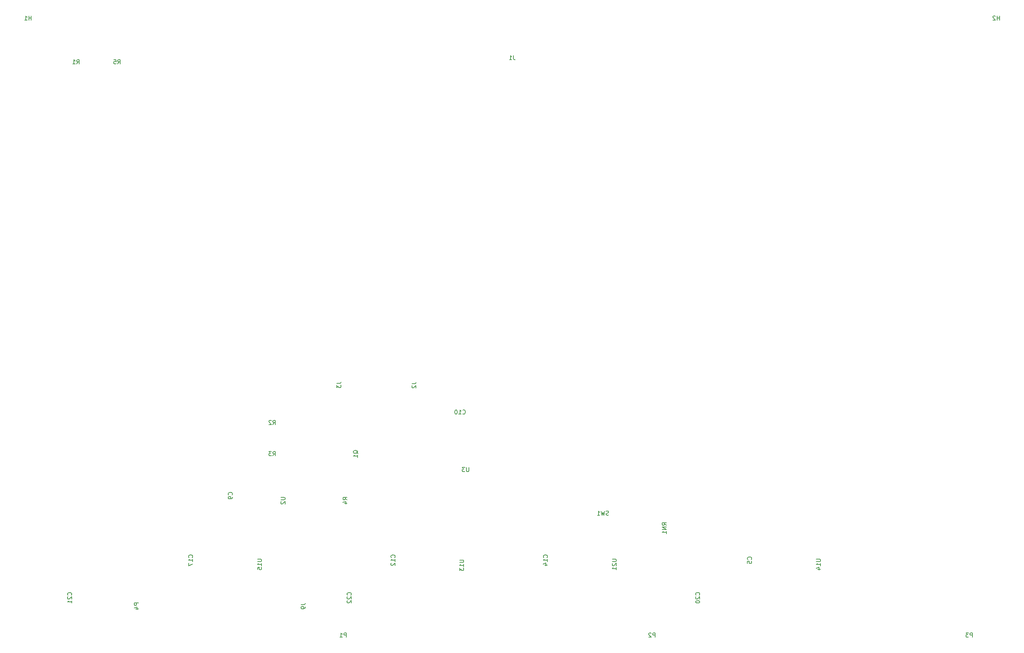
<source format=gbr>
%TF.GenerationSoftware,KiCad,Pcbnew,(6.0.11)*%
%TF.CreationDate,2023-10-14T11:52:56-04:00*%
%TF.ProjectId,input-output.SelfHost,696e7075-742d-46f7-9574-7075742e5365,rev?*%
%TF.SameCoordinates,Original*%
%TF.FileFunction,Legend,Bot*%
%TF.FilePolarity,Positive*%
%FSLAX46Y46*%
G04 Gerber Fmt 4.6, Leading zero omitted, Abs format (unit mm)*
G04 Created by KiCad (PCBNEW (6.0.11)) date 2023-10-14 11:52:56*
%MOMM*%
%LPD*%
G01*
G04 APERTURE LIST*
%ADD10C,0.150000*%
G04 APERTURE END LIST*
D10*
%TO.C,H2*%
X269261904Y-78452380D02*
X269261904Y-77452380D01*
X269261904Y-77928571D02*
X268690476Y-77928571D01*
X268690476Y-78452380D02*
X268690476Y-77452380D01*
X268261904Y-77547619D02*
X268214285Y-77500000D01*
X268119047Y-77452380D01*
X267880952Y-77452380D01*
X267785714Y-77500000D01*
X267738095Y-77547619D01*
X267690476Y-77642857D01*
X267690476Y-77738095D01*
X267738095Y-77880952D01*
X268309523Y-78452380D01*
X267690476Y-78452380D01*
%TO.C,H1*%
X37261904Y-78452380D02*
X37261904Y-77452380D01*
X37261904Y-77928571D02*
X36690476Y-77928571D01*
X36690476Y-78452380D02*
X36690476Y-77452380D01*
X35690476Y-78452380D02*
X36261904Y-78452380D01*
X35976190Y-78452380D02*
X35976190Y-77452380D01*
X36071428Y-77595238D01*
X36166666Y-77690476D01*
X36261904Y-77738095D01*
%TO.C,P2*%
X186738095Y-226452380D02*
X186738095Y-225452380D01*
X186357142Y-225452380D01*
X186261904Y-225500000D01*
X186214285Y-225547619D01*
X186166666Y-225642857D01*
X186166666Y-225785714D01*
X186214285Y-225880952D01*
X186261904Y-225928571D01*
X186357142Y-225976190D01*
X186738095Y-225976190D01*
X185785714Y-225547619D02*
X185738095Y-225500000D01*
X185642857Y-225452380D01*
X185404761Y-225452380D01*
X185309523Y-225500000D01*
X185261904Y-225547619D01*
X185214285Y-225642857D01*
X185214285Y-225738095D01*
X185261904Y-225880952D01*
X185833333Y-226452380D01*
X185214285Y-226452380D01*
%TO.C,P3*%
X262738095Y-226452380D02*
X262738095Y-225452380D01*
X262357142Y-225452380D01*
X262261904Y-225500000D01*
X262214285Y-225547619D01*
X262166666Y-225642857D01*
X262166666Y-225785714D01*
X262214285Y-225880952D01*
X262261904Y-225928571D01*
X262357142Y-225976190D01*
X262738095Y-225976190D01*
X261833333Y-225452380D02*
X261214285Y-225452380D01*
X261547619Y-225833333D01*
X261404761Y-225833333D01*
X261309523Y-225880952D01*
X261261904Y-225928571D01*
X261214285Y-226023809D01*
X261214285Y-226261904D01*
X261261904Y-226357142D01*
X261309523Y-226404761D01*
X261404761Y-226452380D01*
X261690476Y-226452380D01*
X261785714Y-226404761D01*
X261833333Y-226357142D01*
%TO.C,P1*%
X112738095Y-226452380D02*
X112738095Y-225452380D01*
X112357142Y-225452380D01*
X112261904Y-225500000D01*
X112214285Y-225547619D01*
X112166666Y-225642857D01*
X112166666Y-225785714D01*
X112214285Y-225880952D01*
X112261904Y-225928571D01*
X112357142Y-225976190D01*
X112738095Y-225976190D01*
X111214285Y-226452380D02*
X111785714Y-226452380D01*
X111500000Y-226452380D02*
X111500000Y-225452380D01*
X111595238Y-225595238D01*
X111690476Y-225690476D01*
X111785714Y-225738095D01*
%TO.C,J1*%
X152833333Y-86952380D02*
X152833333Y-87666666D01*
X152880952Y-87809523D01*
X152976190Y-87904761D01*
X153119047Y-87952380D01*
X153214285Y-87952380D01*
X151833333Y-87952380D02*
X152404761Y-87952380D01*
X152119047Y-87952380D02*
X152119047Y-86952380D01*
X152214285Y-87095238D01*
X152309523Y-87190476D01*
X152404761Y-87238095D01*
%TO.C,R2*%
X95166666Y-175452380D02*
X95500000Y-174976190D01*
X95738095Y-175452380D02*
X95738095Y-174452380D01*
X95357142Y-174452380D01*
X95261904Y-174500000D01*
X95214285Y-174547619D01*
X95166666Y-174642857D01*
X95166666Y-174785714D01*
X95214285Y-174880952D01*
X95261904Y-174928571D01*
X95357142Y-174976190D01*
X95738095Y-174976190D01*
X94785714Y-174547619D02*
X94738095Y-174500000D01*
X94642857Y-174452380D01*
X94404761Y-174452380D01*
X94309523Y-174500000D01*
X94261904Y-174547619D01*
X94214285Y-174642857D01*
X94214285Y-174738095D01*
X94261904Y-174880952D01*
X94833333Y-175452380D01*
X94214285Y-175452380D01*
%TO.C,C22*%
X113857154Y-216357142D02*
X113904773Y-216309523D01*
X113952392Y-216166666D01*
X113952392Y-216071428D01*
X113904773Y-215928571D01*
X113809535Y-215833333D01*
X113714297Y-215785714D01*
X113523821Y-215738095D01*
X113380964Y-215738095D01*
X113190488Y-215785714D01*
X113095250Y-215833333D01*
X113000012Y-215928571D01*
X112952392Y-216071428D01*
X112952392Y-216166666D01*
X113000012Y-216309523D01*
X113047631Y-216357142D01*
X113047631Y-216738095D02*
X113000012Y-216785714D01*
X112952392Y-216880952D01*
X112952392Y-217119047D01*
X113000012Y-217214285D01*
X113047631Y-217261904D01*
X113142869Y-217309523D01*
X113238107Y-217309523D01*
X113380964Y-217261904D01*
X113952392Y-216690476D01*
X113952392Y-217309523D01*
X113047631Y-217690476D02*
X113000012Y-217738095D01*
X112952392Y-217833333D01*
X112952392Y-218071428D01*
X113000012Y-218166666D01*
X113047631Y-218214285D01*
X113142869Y-218261904D01*
X113238107Y-218261904D01*
X113380964Y-218214285D01*
X113952392Y-217642857D01*
X113952392Y-218261904D01*
%TO.C,C10*%
X140642857Y-172857142D02*
X140690476Y-172904761D01*
X140833333Y-172952380D01*
X140928571Y-172952380D01*
X141071428Y-172904761D01*
X141166666Y-172809523D01*
X141214285Y-172714285D01*
X141261904Y-172523809D01*
X141261904Y-172380952D01*
X141214285Y-172190476D01*
X141166666Y-172095238D01*
X141071428Y-172000000D01*
X140928571Y-171952380D01*
X140833333Y-171952380D01*
X140690476Y-172000000D01*
X140642857Y-172047619D01*
X139690476Y-172952380D02*
X140261904Y-172952380D01*
X139976190Y-172952380D02*
X139976190Y-171952380D01*
X140071428Y-172095238D01*
X140166666Y-172190476D01*
X140261904Y-172238095D01*
X139071428Y-171952380D02*
X138976190Y-171952380D01*
X138880952Y-172000000D01*
X138833333Y-172047619D01*
X138785714Y-172142857D01*
X138738095Y-172333333D01*
X138738095Y-172571428D01*
X138785714Y-172761904D01*
X138833333Y-172857142D01*
X138880952Y-172904761D01*
X138976190Y-172952380D01*
X139071428Y-172952380D01*
X139166666Y-172904761D01*
X139214285Y-172857142D01*
X139261904Y-172761904D01*
X139309523Y-172571428D01*
X139309523Y-172333333D01*
X139261904Y-172142857D01*
X139214285Y-172047619D01*
X139166666Y-172000000D01*
X139071428Y-171952380D01*
%TO.C,J2*%
X128452380Y-165666666D02*
X129166666Y-165666666D01*
X129309523Y-165619047D01*
X129404761Y-165523809D01*
X129452380Y-165380952D01*
X129452380Y-165285714D01*
X128547619Y-166095238D02*
X128500000Y-166142857D01*
X128452380Y-166238095D01*
X128452380Y-166476190D01*
X128500000Y-166571428D01*
X128547619Y-166619047D01*
X128642857Y-166666666D01*
X128738095Y-166666666D01*
X128880952Y-166619047D01*
X129452380Y-166047619D01*
X129452380Y-166666666D01*
%TO.C,C14*%
X160857142Y-207357142D02*
X160904761Y-207309523D01*
X160952380Y-207166666D01*
X160952380Y-207071428D01*
X160904761Y-206928571D01*
X160809523Y-206833333D01*
X160714285Y-206785714D01*
X160523809Y-206738095D01*
X160380952Y-206738095D01*
X160190476Y-206785714D01*
X160095238Y-206833333D01*
X160000000Y-206928571D01*
X159952380Y-207071428D01*
X159952380Y-207166666D01*
X160000000Y-207309523D01*
X160047619Y-207357142D01*
X160952380Y-208309523D02*
X160952380Y-207738095D01*
X160952380Y-208023809D02*
X159952380Y-208023809D01*
X160095238Y-207928571D01*
X160190476Y-207833333D01*
X160238095Y-207738095D01*
X160285714Y-209166666D02*
X160952380Y-209166666D01*
X159904761Y-208928571D02*
X160619047Y-208690476D01*
X160619047Y-209309523D01*
%TO.C,C20*%
X197357142Y-216357142D02*
X197404761Y-216309523D01*
X197452380Y-216166666D01*
X197452380Y-216071428D01*
X197404761Y-215928571D01*
X197309523Y-215833333D01*
X197214285Y-215785714D01*
X197023809Y-215738095D01*
X196880952Y-215738095D01*
X196690476Y-215785714D01*
X196595238Y-215833333D01*
X196500000Y-215928571D01*
X196452380Y-216071428D01*
X196452380Y-216166666D01*
X196500000Y-216309523D01*
X196547619Y-216357142D01*
X196547619Y-216738095D02*
X196500000Y-216785714D01*
X196452380Y-216880952D01*
X196452380Y-217119047D01*
X196500000Y-217214285D01*
X196547619Y-217261904D01*
X196642857Y-217309523D01*
X196738095Y-217309523D01*
X196880952Y-217261904D01*
X197452380Y-216690476D01*
X197452380Y-217309523D01*
X196452380Y-217928571D02*
X196452380Y-218023809D01*
X196500000Y-218119047D01*
X196547619Y-218166666D01*
X196642857Y-218214285D01*
X196833333Y-218261904D01*
X197071428Y-218261904D01*
X197261904Y-218214285D01*
X197357142Y-218166666D01*
X197404761Y-218119047D01*
X197452380Y-218023809D01*
X197452380Y-217928571D01*
X197404761Y-217833333D01*
X197357142Y-217785714D01*
X197261904Y-217738095D01*
X197071428Y-217690476D01*
X196833333Y-217690476D01*
X196642857Y-217738095D01*
X196547619Y-217785714D01*
X196500000Y-217833333D01*
X196452380Y-217928571D01*
%TO.C,U21*%
X176457380Y-207751904D02*
X177266904Y-207751904D01*
X177362142Y-207799523D01*
X177409761Y-207847142D01*
X177457380Y-207942380D01*
X177457380Y-208132857D01*
X177409761Y-208228095D01*
X177362142Y-208275714D01*
X177266904Y-208323333D01*
X176457380Y-208323333D01*
X176552619Y-208751904D02*
X176505000Y-208799523D01*
X176457380Y-208894761D01*
X176457380Y-209132857D01*
X176505000Y-209228095D01*
X176552619Y-209275714D01*
X176647857Y-209323333D01*
X176743095Y-209323333D01*
X176885952Y-209275714D01*
X177457380Y-208704285D01*
X177457380Y-209323333D01*
X177457380Y-210275714D02*
X177457380Y-209704285D01*
X177457380Y-209990000D02*
X176457380Y-209990000D01*
X176600238Y-209894761D01*
X176695476Y-209799523D01*
X176743095Y-209704285D01*
%TO.C,C9*%
X85357142Y-192333333D02*
X85404761Y-192285714D01*
X85452380Y-192142857D01*
X85452380Y-192047619D01*
X85404761Y-191904761D01*
X85309523Y-191809523D01*
X85214285Y-191761904D01*
X85023809Y-191714285D01*
X84880952Y-191714285D01*
X84690476Y-191761904D01*
X84595238Y-191809523D01*
X84500000Y-191904761D01*
X84452380Y-192047619D01*
X84452380Y-192142857D01*
X84500000Y-192285714D01*
X84547619Y-192333333D01*
X85452380Y-192809523D02*
X85452380Y-193000000D01*
X85404761Y-193095238D01*
X85357142Y-193142857D01*
X85214285Y-193238095D01*
X85023809Y-193285714D01*
X84642857Y-193285714D01*
X84547619Y-193238095D01*
X84500000Y-193190476D01*
X84452380Y-193095238D01*
X84452380Y-192904761D01*
X84500000Y-192809523D01*
X84547619Y-192761904D01*
X84642857Y-192714285D01*
X84880952Y-192714285D01*
X84976190Y-192761904D01*
X85023809Y-192809523D01*
X85071428Y-192904761D01*
X85071428Y-193095238D01*
X85023809Y-193190476D01*
X84976190Y-193238095D01*
X84880952Y-193285714D01*
%TO.C,J9*%
X101927380Y-218666666D02*
X102641666Y-218666666D01*
X102784523Y-218619047D01*
X102879761Y-218523809D01*
X102927380Y-218380952D01*
X102927380Y-218285714D01*
X102927380Y-219190476D02*
X102927380Y-219380952D01*
X102879761Y-219476190D01*
X102832142Y-219523809D01*
X102689285Y-219619047D01*
X102498809Y-219666666D01*
X102117857Y-219666666D01*
X102022619Y-219619047D01*
X101975000Y-219571428D01*
X101927380Y-219476190D01*
X101927380Y-219285714D01*
X101975000Y-219190476D01*
X102022619Y-219142857D01*
X102117857Y-219095238D01*
X102355952Y-219095238D01*
X102451190Y-219142857D01*
X102498809Y-219190476D01*
X102546428Y-219285714D01*
X102546428Y-219476190D01*
X102498809Y-219571428D01*
X102451190Y-219619047D01*
X102355952Y-219666666D01*
%TO.C,R1*%
X48166666Y-88952380D02*
X48500000Y-88476190D01*
X48738095Y-88952380D02*
X48738095Y-87952380D01*
X48357142Y-87952380D01*
X48261904Y-88000000D01*
X48214285Y-88047619D01*
X48166666Y-88142857D01*
X48166666Y-88285714D01*
X48214285Y-88380952D01*
X48261904Y-88428571D01*
X48357142Y-88476190D01*
X48738095Y-88476190D01*
X47214285Y-88952380D02*
X47785714Y-88952380D01*
X47500000Y-88952380D02*
X47500000Y-87952380D01*
X47595238Y-88095238D01*
X47690476Y-88190476D01*
X47785714Y-88238095D01*
%TO.C,U14*%
X225382380Y-207751904D02*
X226191904Y-207751904D01*
X226287142Y-207799523D01*
X226334761Y-207847142D01*
X226382380Y-207942380D01*
X226382380Y-208132857D01*
X226334761Y-208228095D01*
X226287142Y-208275714D01*
X226191904Y-208323333D01*
X225382380Y-208323333D01*
X226382380Y-209323333D02*
X226382380Y-208751904D01*
X226382380Y-209037619D02*
X225382380Y-209037619D01*
X225525238Y-208942380D01*
X225620476Y-208847142D01*
X225668095Y-208751904D01*
X225715714Y-210180476D02*
X226382380Y-210180476D01*
X225334761Y-209942380D02*
X226049047Y-209704285D01*
X226049047Y-210323333D01*
%TO.C,R4*%
X112952380Y-193523333D02*
X112476190Y-193190000D01*
X112952380Y-192951904D02*
X111952380Y-192951904D01*
X111952380Y-193332857D01*
X112000000Y-193428095D01*
X112047619Y-193475714D01*
X112142857Y-193523333D01*
X112285714Y-193523333D01*
X112380952Y-193475714D01*
X112428571Y-193428095D01*
X112476190Y-193332857D01*
X112476190Y-192951904D01*
X112285714Y-194380476D02*
X112952380Y-194380476D01*
X111904761Y-194142380D02*
X112619047Y-193904285D01*
X112619047Y-194523333D01*
%TO.C,C21*%
X46857154Y-216357142D02*
X46904773Y-216309523D01*
X46952392Y-216166666D01*
X46952392Y-216071428D01*
X46904773Y-215928571D01*
X46809535Y-215833333D01*
X46714297Y-215785714D01*
X46523821Y-215738095D01*
X46380964Y-215738095D01*
X46190488Y-215785714D01*
X46095250Y-215833333D01*
X46000012Y-215928571D01*
X45952392Y-216071428D01*
X45952392Y-216166666D01*
X46000012Y-216309523D01*
X46047631Y-216357142D01*
X46047631Y-216738095D02*
X46000012Y-216785714D01*
X45952392Y-216880952D01*
X45952392Y-217119047D01*
X46000012Y-217214285D01*
X46047631Y-217261904D01*
X46142869Y-217309523D01*
X46238107Y-217309523D01*
X46380964Y-217261904D01*
X46952392Y-216690476D01*
X46952392Y-217309523D01*
X46952392Y-218261904D02*
X46952392Y-217690476D01*
X46952392Y-217976190D02*
X45952392Y-217976190D01*
X46095250Y-217880952D01*
X46190488Y-217785714D01*
X46238107Y-217690476D01*
%TO.C,R5*%
X57976666Y-88952380D02*
X58310000Y-88476190D01*
X58548095Y-88952380D02*
X58548095Y-87952380D01*
X58167142Y-87952380D01*
X58071904Y-88000000D01*
X58024285Y-88047619D01*
X57976666Y-88142857D01*
X57976666Y-88285714D01*
X58024285Y-88380952D01*
X58071904Y-88428571D01*
X58167142Y-88476190D01*
X58548095Y-88476190D01*
X57071904Y-87952380D02*
X57548095Y-87952380D01*
X57595714Y-88428571D01*
X57548095Y-88380952D01*
X57452857Y-88333333D01*
X57214761Y-88333333D01*
X57119523Y-88380952D01*
X57071904Y-88428571D01*
X57024285Y-88523809D01*
X57024285Y-88761904D01*
X57071904Y-88857142D01*
X57119523Y-88904761D01*
X57214761Y-88952380D01*
X57452857Y-88952380D01*
X57548095Y-88904761D01*
X57595714Y-88857142D01*
%TO.C,C12*%
X124357142Y-207357142D02*
X124404761Y-207309523D01*
X124452380Y-207166666D01*
X124452380Y-207071428D01*
X124404761Y-206928571D01*
X124309523Y-206833333D01*
X124214285Y-206785714D01*
X124023809Y-206738095D01*
X123880952Y-206738095D01*
X123690476Y-206785714D01*
X123595238Y-206833333D01*
X123500000Y-206928571D01*
X123452380Y-207071428D01*
X123452380Y-207166666D01*
X123500000Y-207309523D01*
X123547619Y-207357142D01*
X124452380Y-208309523D02*
X124452380Y-207738095D01*
X124452380Y-208023809D02*
X123452380Y-208023809D01*
X123595238Y-207928571D01*
X123690476Y-207833333D01*
X123738095Y-207738095D01*
X123547619Y-208690476D02*
X123500000Y-208738095D01*
X123452380Y-208833333D01*
X123452380Y-209071428D01*
X123500000Y-209166666D01*
X123547619Y-209214285D01*
X123642857Y-209261904D01*
X123738095Y-209261904D01*
X123880952Y-209214285D01*
X124452380Y-208642857D01*
X124452380Y-209261904D01*
%TO.C,P4*%
X62952380Y-218261904D02*
X61952380Y-218261904D01*
X61952380Y-218642857D01*
X62000000Y-218738095D01*
X62047619Y-218785714D01*
X62142857Y-218833333D01*
X62285714Y-218833333D01*
X62380952Y-218785714D01*
X62428571Y-218738095D01*
X62476190Y-218642857D01*
X62476190Y-218261904D01*
X62285714Y-219690476D02*
X62952380Y-219690476D01*
X61904761Y-219452380D02*
X62619047Y-219214285D01*
X62619047Y-219833333D01*
%TO.C,R3*%
X95166666Y-182952380D02*
X95500000Y-182476190D01*
X95738095Y-182952380D02*
X95738095Y-181952380D01*
X95357142Y-181952380D01*
X95261904Y-182000000D01*
X95214285Y-182047619D01*
X95166666Y-182142857D01*
X95166666Y-182285714D01*
X95214285Y-182380952D01*
X95261904Y-182428571D01*
X95357142Y-182476190D01*
X95738095Y-182476190D01*
X94833333Y-181952380D02*
X94214285Y-181952380D01*
X94547619Y-182333333D01*
X94404761Y-182333333D01*
X94309523Y-182380952D01*
X94261904Y-182428571D01*
X94214285Y-182523809D01*
X94214285Y-182761904D01*
X94261904Y-182857142D01*
X94309523Y-182904761D01*
X94404761Y-182952380D01*
X94690476Y-182952380D01*
X94785714Y-182904761D01*
X94833333Y-182857142D01*
%TO.C,SW1*%
X175583333Y-197154761D02*
X175440476Y-197202380D01*
X175202380Y-197202380D01*
X175107142Y-197154761D01*
X175059523Y-197107142D01*
X175011904Y-197011904D01*
X175011904Y-196916666D01*
X175059523Y-196821428D01*
X175107142Y-196773809D01*
X175202380Y-196726190D01*
X175392857Y-196678571D01*
X175488095Y-196630952D01*
X175535714Y-196583333D01*
X175583333Y-196488095D01*
X175583333Y-196392857D01*
X175535714Y-196297619D01*
X175488095Y-196250000D01*
X175392857Y-196202380D01*
X175154761Y-196202380D01*
X175011904Y-196250000D01*
X174678571Y-196202380D02*
X174440476Y-197202380D01*
X174250000Y-196488095D01*
X174059523Y-197202380D01*
X173821428Y-196202380D01*
X172916666Y-197202380D02*
X173488095Y-197202380D01*
X173202380Y-197202380D02*
X173202380Y-196202380D01*
X173297619Y-196345238D01*
X173392857Y-196440476D01*
X173488095Y-196488095D01*
%TO.C,C17*%
X75857142Y-207357142D02*
X75904761Y-207309523D01*
X75952380Y-207166666D01*
X75952380Y-207071428D01*
X75904761Y-206928571D01*
X75809523Y-206833333D01*
X75714285Y-206785714D01*
X75523809Y-206738095D01*
X75380952Y-206738095D01*
X75190476Y-206785714D01*
X75095238Y-206833333D01*
X75000000Y-206928571D01*
X74952380Y-207071428D01*
X74952380Y-207166666D01*
X75000000Y-207309523D01*
X75047619Y-207357142D01*
X75952380Y-208309523D02*
X75952380Y-207738095D01*
X75952380Y-208023809D02*
X74952380Y-208023809D01*
X75095238Y-207928571D01*
X75190476Y-207833333D01*
X75238095Y-207738095D01*
X74952380Y-208642857D02*
X74952380Y-209309523D01*
X75952380Y-208880952D01*
%TO.C,U2*%
X97072380Y-192928095D02*
X97881904Y-192928095D01*
X97977142Y-192975714D01*
X98024761Y-193023333D01*
X98072380Y-193118571D01*
X98072380Y-193309047D01*
X98024761Y-193404285D01*
X97977142Y-193451904D01*
X97881904Y-193499523D01*
X97072380Y-193499523D01*
X97167619Y-193928095D02*
X97120000Y-193975714D01*
X97072380Y-194070952D01*
X97072380Y-194309047D01*
X97120000Y-194404285D01*
X97167619Y-194451904D01*
X97262857Y-194499523D01*
X97358095Y-194499523D01*
X97500952Y-194451904D01*
X98072380Y-193880476D01*
X98072380Y-194499523D01*
%TO.C,U13*%
X139882380Y-207951904D02*
X140691904Y-207951904D01*
X140787142Y-207999523D01*
X140834761Y-208047142D01*
X140882380Y-208142380D01*
X140882380Y-208332857D01*
X140834761Y-208428095D01*
X140787142Y-208475714D01*
X140691904Y-208523333D01*
X139882380Y-208523333D01*
X140882380Y-209523333D02*
X140882380Y-208951904D01*
X140882380Y-209237619D02*
X139882380Y-209237619D01*
X140025238Y-209142380D01*
X140120476Y-209047142D01*
X140168095Y-208951904D01*
X139882380Y-209856666D02*
X139882380Y-210475714D01*
X140263333Y-210142380D01*
X140263333Y-210285238D01*
X140310952Y-210380476D01*
X140358571Y-210428095D01*
X140453809Y-210475714D01*
X140691904Y-210475714D01*
X140787142Y-210428095D01*
X140834761Y-210380476D01*
X140882380Y-210285238D01*
X140882380Y-209999523D01*
X140834761Y-209904285D01*
X140787142Y-209856666D01*
%TO.C,J3*%
X110452380Y-165596666D02*
X111166666Y-165596666D01*
X111309523Y-165549047D01*
X111404761Y-165453809D01*
X111452380Y-165310952D01*
X111452380Y-165215714D01*
X110452380Y-165977619D02*
X110452380Y-166596666D01*
X110833333Y-166263333D01*
X110833333Y-166406190D01*
X110880952Y-166501428D01*
X110928571Y-166549047D01*
X111023809Y-166596666D01*
X111261904Y-166596666D01*
X111357142Y-166549047D01*
X111404761Y-166501428D01*
X111452380Y-166406190D01*
X111452380Y-166120476D01*
X111404761Y-166025238D01*
X111357142Y-165977619D01*
%TO.C,U15*%
X91457380Y-207751904D02*
X92266904Y-207751904D01*
X92362142Y-207799523D01*
X92409761Y-207847142D01*
X92457380Y-207942380D01*
X92457380Y-208132857D01*
X92409761Y-208228095D01*
X92362142Y-208275714D01*
X92266904Y-208323333D01*
X91457380Y-208323333D01*
X92457380Y-209323333D02*
X92457380Y-208751904D01*
X92457380Y-209037619D02*
X91457380Y-209037619D01*
X91600238Y-208942380D01*
X91695476Y-208847142D01*
X91743095Y-208751904D01*
X91457380Y-210228095D02*
X91457380Y-209751904D01*
X91933571Y-209704285D01*
X91885952Y-209751904D01*
X91838333Y-209847142D01*
X91838333Y-210085238D01*
X91885952Y-210180476D01*
X91933571Y-210228095D01*
X92028809Y-210275714D01*
X92266904Y-210275714D01*
X92362142Y-210228095D01*
X92409761Y-210180476D01*
X92457380Y-210085238D01*
X92457380Y-209847142D01*
X92409761Y-209751904D01*
X92362142Y-209704285D01*
%TO.C,C5*%
X209782142Y-207833333D02*
X209829761Y-207785714D01*
X209877380Y-207642857D01*
X209877380Y-207547619D01*
X209829761Y-207404761D01*
X209734523Y-207309523D01*
X209639285Y-207261904D01*
X209448809Y-207214285D01*
X209305952Y-207214285D01*
X209115476Y-207261904D01*
X209020238Y-207309523D01*
X208925000Y-207404761D01*
X208877380Y-207547619D01*
X208877380Y-207642857D01*
X208925000Y-207785714D01*
X208972619Y-207833333D01*
X208877380Y-208738095D02*
X208877380Y-208261904D01*
X209353571Y-208214285D01*
X209305952Y-208261904D01*
X209258333Y-208357142D01*
X209258333Y-208595238D01*
X209305952Y-208690476D01*
X209353571Y-208738095D01*
X209448809Y-208785714D01*
X209686904Y-208785714D01*
X209782142Y-208738095D01*
X209829761Y-208690476D01*
X209877380Y-208595238D01*
X209877380Y-208357142D01*
X209829761Y-208261904D01*
X209782142Y-208214285D01*
%TO.C,U3*%
X142111904Y-185762380D02*
X142111904Y-186571904D01*
X142064285Y-186667142D01*
X142016666Y-186714761D01*
X141921428Y-186762380D01*
X141730952Y-186762380D01*
X141635714Y-186714761D01*
X141588095Y-186667142D01*
X141540476Y-186571904D01*
X141540476Y-185762380D01*
X141159523Y-185762380D02*
X140540476Y-185762380D01*
X140873809Y-186143333D01*
X140730952Y-186143333D01*
X140635714Y-186190952D01*
X140588095Y-186238571D01*
X140540476Y-186333809D01*
X140540476Y-186571904D01*
X140588095Y-186667142D01*
X140635714Y-186714761D01*
X140730952Y-186762380D01*
X141016666Y-186762380D01*
X141111904Y-186714761D01*
X141159523Y-186667142D01*
%TO.C,RN1*%
X189452380Y-199614523D02*
X188976190Y-199281190D01*
X189452380Y-199043095D02*
X188452380Y-199043095D01*
X188452380Y-199424047D01*
X188500000Y-199519285D01*
X188547619Y-199566904D01*
X188642857Y-199614523D01*
X188785714Y-199614523D01*
X188880952Y-199566904D01*
X188928571Y-199519285D01*
X188976190Y-199424047D01*
X188976190Y-199043095D01*
X189452380Y-200043095D02*
X188452380Y-200043095D01*
X189452380Y-200614523D01*
X188452380Y-200614523D01*
X189452380Y-201614523D02*
X189452380Y-201043095D01*
X189452380Y-201328809D02*
X188452380Y-201328809D01*
X188595238Y-201233571D01*
X188690476Y-201138333D01*
X188738095Y-201043095D01*
%TO.C,Q1*%
X115547619Y-182404761D02*
X115500000Y-182309523D01*
X115404761Y-182214285D01*
X115261904Y-182071428D01*
X115214285Y-181976190D01*
X115214285Y-181880952D01*
X115452380Y-181928571D02*
X115404761Y-181833333D01*
X115309523Y-181738095D01*
X115119047Y-181690476D01*
X114785714Y-181690476D01*
X114595238Y-181738095D01*
X114500000Y-181833333D01*
X114452380Y-181928571D01*
X114452380Y-182119047D01*
X114500000Y-182214285D01*
X114595238Y-182309523D01*
X114785714Y-182357142D01*
X115119047Y-182357142D01*
X115309523Y-182309523D01*
X115404761Y-182214285D01*
X115452380Y-182119047D01*
X115452380Y-181928571D01*
X115452380Y-183309523D02*
X115452380Y-182738095D01*
X115452380Y-183023809D02*
X114452380Y-183023809D01*
X114595238Y-182928571D01*
X114690476Y-182833333D01*
X114738095Y-182738095D01*
%TD*%
M02*

</source>
